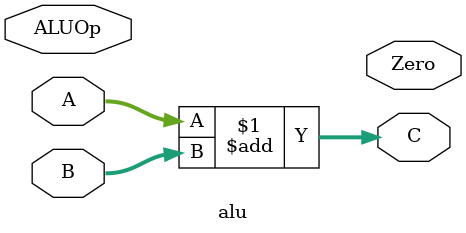
<source format=v>
`define ALUOp_add 5'b00000
`define ALUOp_sub 5'b00001

module alu (
    input signed [31:0] A,
    input signed [31:0] B,
    input [4:0] ALUOp,
    output signed [31:0] C,
    output [7:0] Zero
);

    assign C = A + B;

endmodule

</source>
